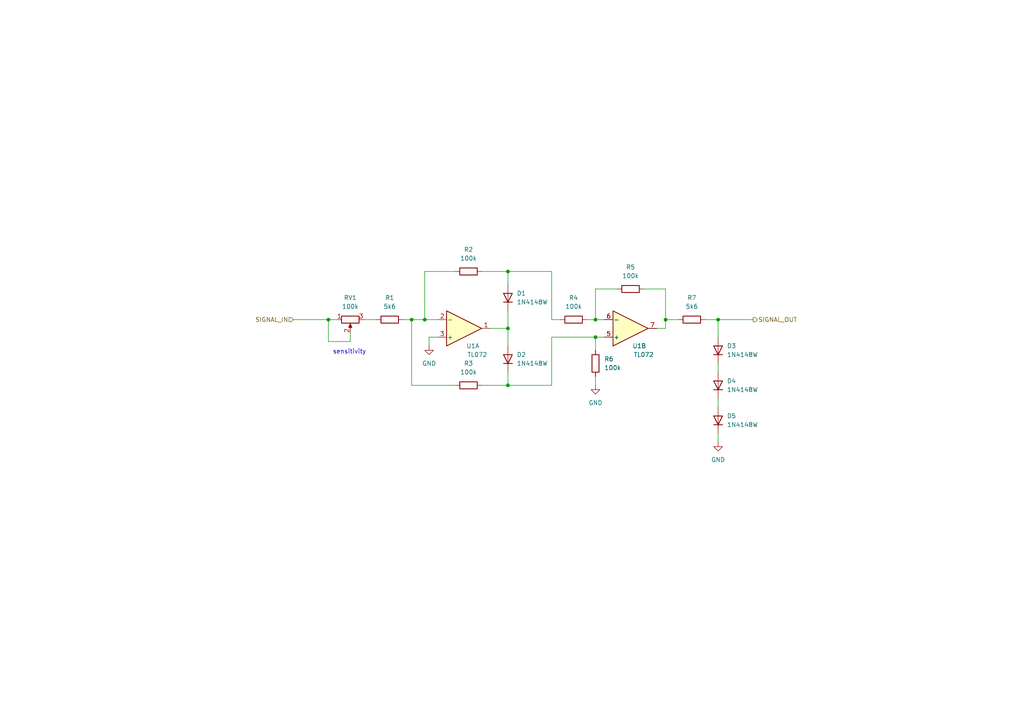
<source format=kicad_sch>
(kicad_sch (version 20230121) (generator eeschema)
  (paper "A4")
  (title_block (title "M.S.M. Stereo Lowpass Filter Pedal") (date "2022-05-26") (rev "0") (comment 2 "creativecommons.org/licenses/by/4.0") (comment 3 "License: CC by 4.0") (comment 4 "Author: Jordan Aceto"))
  (lib_symbols
    (symbol "Amplifier_Operational:TL072" (pin_names (offset 0.127))
      (property "Reference" "U" (at 0 5.08 0))
      (property "Value" "TL072" (at 0 -5.08 0))
      (symbol "TL072_1_1"
        (polyline (pts (xy -5.08 5.08) (xy 5.08 0) (xy -5.08 -5.08) (xy -5.08 5.08)) (stroke (width 0.254)) (fill (type background)))
        (pin output line (at 7.62 0 180) (length 2.54) (name "~") (number "1"))
        (pin input line (at -7.62 -2.54 0) (length 2.54) (name "-") (number "2"))
        (pin input line (at -7.62 2.54 0) (length 2.54) (name "+") (number "3"))
      )
      (symbol "TL072_2_1"
        (polyline (pts (xy -5.08 5.08) (xy 5.08 0) (xy -5.08 -5.08) (xy -5.08 5.08)) (stroke (width 0.254)) (fill (type background)))
        (pin input line (at -7.62 2.54 0) (length 2.54) (name "+") (number "5"))
        (pin input line (at -7.62 -2.54 0) (length 2.54) (name "-") (number "6"))
        (pin output line (at 7.62 0 180) (length 2.54) (name "~") (number "7"))
      )
      (symbol "TL072_3_1"
        (pin power_in line (at -2.54 -7.62 90) (length 3.81) (name "V-") (number "4"))
        (pin power_in line (at -2.54 7.62 270) (length 3.81) (name "V+") (number "8"))
      )
    )
    (symbol "Device:R" (pin_numbers hide) (pin_names (offset 0))
      (property "Reference" "R" (at 2.032 0 90))
      (property "Value" "R" (at 0 0 90))
      (symbol "R_0_1"
        (rectangle (start -1.016 -2.54) (end 1.016 2.54) (stroke (width 0.254)))
      )
      (symbol "R_1_1"
        (pin passive line (at 0 3.81 270) (length 1.27) (name "~") (number "1"))
        (pin passive line (at 0 -3.81 90) (length 1.27) (name "~") (number "2"))
      )
    )
    (symbol "Device:R_Potentiometer" (pin_names (offset 1.016) hide)
      (property "Reference" "RV" (at -4.445 0 90))
      (property "Value" "R_Potentiometer" (at -2.54 0 90))
      (symbol "R_Potentiometer_0_1"
        (polyline (pts (xy 2.54 0) (xy 1.524 0)))
        (polyline (pts (xy 1.143 0) (xy 2.286 0.508) (xy 2.286 -0.508) (xy 1.143 0)) (fill (type outline)))
        (rectangle (start 1.016 2.54) (end -1.016 -2.54) (stroke (width 0.254)))
      )
      (symbol "R_Potentiometer_1_1"
        (pin passive line (at 0 3.81 270) (length 1.27) (name "1") (number "1"))
        (pin passive line (at 3.81 0 180) (length 1.27) (name "2") (number "2"))
        (pin passive line (at 0 -3.81 90) (length 1.27) (name "3") (number "3"))
      )
    )
    (symbol "Diode:1N4148W" (pin_numbers hide) (pin_names (offset 1.016) hide)
      (property "Reference" "D" (at 0 2.54 0))
      (property "Value" "1N4148W" (at 0 -2.54 0))
      (symbol "1N4148W_0_1"
        (polyline (pts (xy -1.27 1.27) (xy -1.27 -1.27)) (stroke (width 0.254)))
        (polyline (pts (xy 1.27 0) (xy -1.27 0)))
        (polyline (pts (xy 1.27 1.27) (xy 1.27 -1.27) (xy -1.27 0) (xy 1.27 1.27)) (stroke (width 0.254)))
      )
      (symbol "1N4148W_1_1"
        (pin passive line (at -3.81 0 0) (length 2.54) (name "K") (number "1"))
        (pin passive line (at 3.81 0 180) (length 2.54) (name "A") (number "2"))
      )
    )
    (symbol "power:GND" (power) (pin_names (offset 0))
      (property "Value" "GND" (at 0 -3.81 0))
      (symbol "GND_0_1"
        (polyline (pts (xy 0 0) (xy 0 -1.27) (xy 1.27 -1.27) (xy 0 -2.54) (xy -1.27 -1.27) (xy 0 -1.27)))
      )
      (symbol "GND_1_1"
        (pin power_in line (at 0 0 270) (length 0) hide (name "GND") (number "1"))
      )
    )
  )
  (junction (at 119.38 92.71))
  (junction (at 208.28 92.71))
  (junction (at 147.32 78.74))
  (junction (at 95.25 92.71))
  (junction (at 147.32 95.25))
  (junction (at 172.72 92.71))
  (junction (at 123.19 92.71))
  (junction (at 147.32 111.76))
  (junction (at 172.72 97.79))
  (junction (at 193.04 92.71))
  (wire (pts (xy 147.32 78.74) (xy 139.7 78.74)))
  (wire (pts (xy 123.19 78.74) (xy 132.08 78.74)))
  (wire (pts (xy 101.6 99.06) (xy 95.25 99.06)))
  (wire (pts (xy 147.32 90.17) (xy 147.32 95.25)))
  (wire (pts (xy 172.72 109.22) (xy 172.72 111.76)))
  (wire (pts (xy 193.04 83.82) (xy 186.69 83.82)))
  (wire (pts (xy 119.38 111.76) (xy 132.08 111.76)))
  (wire (pts (xy 160.02 111.76) (xy 160.02 97.79)))
  (wire (pts (xy 147.32 107.95) (xy 147.32 111.76)))
  (wire (pts (xy 172.72 92.71) (xy 175.26 92.71)))
  (wire (pts (xy 193.04 95.25) (xy 193.04 92.71)))
  (wire (pts (xy 123.19 92.71) (xy 123.19 78.74)))
  (wire (pts (xy 160.02 92.71) (xy 160.02 78.74)))
  (wire (pts (xy 105.41 92.71) (xy 109.22 92.71)))
  (wire (pts (xy 116.84 92.71) (xy 119.38 92.71)))
  (wire (pts (xy 162.56 92.71) (xy 160.02 92.71)))
  (wire (pts (xy 124.46 97.79) (xy 127 97.79)))
  (wire (pts (xy 193.04 92.71) (xy 196.85 92.71)))
  (wire (pts (xy 208.28 115.57) (xy 208.28 118.11)))
  (wire (pts (xy 160.02 78.74) (xy 147.32 78.74)))
  (wire (pts (xy 147.32 82.55) (xy 147.32 78.74)))
  (wire (pts (xy 119.38 111.76) (xy 119.38 92.71)))
  (wire (pts (xy 208.28 92.71) (xy 208.28 97.79)))
  (wire (pts (xy 170.18 92.71) (xy 172.72 92.71)))
  (wire (pts (xy 172.72 83.82) (xy 172.72 92.71)))
  (wire (pts (xy 172.72 97.79) (xy 175.26 97.79)))
  (wire (pts (xy 172.72 97.79) (xy 172.72 101.6)))
  (wire (pts (xy 147.32 100.33) (xy 147.32 95.25)))
  (wire (pts (xy 124.46 97.79) (xy 124.46 100.33)))
  (wire (pts (xy 147.32 111.76) (xy 160.02 111.76)))
  (wire (pts (xy 208.28 125.73) (xy 208.28 128.27)))
  (wire (pts (xy 147.32 111.76) (xy 139.7 111.76)))
  (wire (pts (xy 119.38 92.71) (xy 123.19 92.71)))
  (wire (pts (xy 95.25 92.71) (xy 97.79 92.71)))
  (wire (pts (xy 101.6 96.52) (xy 101.6 99.06)))
  (wire (pts (xy 85.09 92.71) (xy 95.25 92.71)))
  (wire (pts (xy 208.28 92.71) (xy 218.44 92.71)))
  (wire (pts (xy 193.04 92.71) (xy 193.04 83.82)))
  (wire (pts (xy 160.02 97.79) (xy 172.72 97.79)))
  (wire (pts (xy 204.47 92.71) (xy 208.28 92.71)))
  (wire (pts (xy 127 92.71) (xy 123.19 92.71)))
  (wire (pts (xy 172.72 83.82) (xy 179.07 83.82)))
  (wire (pts (xy 208.28 105.41) (xy 208.28 107.95)))
  (wire (pts (xy 95.25 99.06) (xy 95.25 92.71)))
  (wire (pts (xy 190.5 95.25) (xy 193.04 95.25)))
  (wire (pts (xy 147.32 95.25) (xy 142.24 95.25)))
  (text "sensitivity" (at 96.52 102.87 0) (effects (font (size 1.27 1.27)) (justify left bottom)))
  (hierarchical_label "SIGNAL_IN" (shape input) (at 85.09 92.71 180))
  (hierarchical_label "SIGNAL_OUT" (shape output) (at 218.44 92.71 0))
  (symbol (lib_id "power:GND") (at 172.72 111.76 0) (unit 1)
    (property "Reference" "#PWR010" (effects hide))
    (property "Value" "GND" (at 172.72 116.84 0))
  )
  (symbol (lib_id "Diode:1N4148W") (at 208.28 121.92 90) (unit 1)
    (property "Reference" "D5" (at 210.82 120.6499 90) (effects (justify right)))
    (property "Value" "1N4148W" (at 210.82 123.1899 90) (effects (justify right)))
    (property "Footprint" "Diode_SMD:D_SOD-123" (effects hide))
    (property "Datasheet" "https://www.vishay.com/docs/85748/1n4148w.pdf" (effects hide))
  )
  (symbol (lib_id "Diode:1N4148W") (at 147.32 86.36 90) (unit 1)
    (property "Reference" "D1" (at 149.86 85.0899 90) (effects (justify right)))
    (property "Value" "1N4148W" (at 149.86 87.6299 90) (effects (justify right)))
    (property "Footprint" "Diode_SMD:D_SOD-123" (effects hide))
    (property "Datasheet" "https://www.vishay.com/docs/85748/1n4148w.pdf" (effects hide))
  )
  (symbol (lib_id "Device:R") (at 113.03 92.71 90) (unit 1)
    (property "Reference" "R1" (at 113.03 86.36 90))
    (property "Value" "5k6" (at 113.03 88.9 90))
    (property "Footprint" "Resistor_SMD:R_0805_2012Metric" (effects hide))
  )
  (symbol (lib_id "power:GND") (at 208.28 128.27 0) (unit 1)
    (property "Reference" "#PWR011" (effects hide))
    (property "Value" "GND" (at 208.28 133.35 0))
  )
  (symbol (lib_id "Diode:1N4148W") (at 208.28 111.76 90) (unit 1)
    (property "Reference" "D4" (at 210.82 110.4899 90) (effects (justify right)))
    (property "Value" "1N4148W" (at 210.82 113.0299 90) (effects (justify right)))
    (property "Footprint" "Diode_SMD:D_SOD-123" (effects hide))
    (property "Datasheet" "https://www.vishay.com/docs/85748/1n4148w.pdf" (effects hide))
  )
  (symbol (lib_id "Amplifier_Operational:TL072") (at 182.88 95.25 0) (mirror x) (unit 2)
    (property "Reference" "U1" (at 185.42 100.33 0))
    (property "Value" "TL072" (at 186.69 102.87 0))
    (property "Footprint" "Package_SO:SOIC-8_3.9x4.9mm_P1.27mm" (effects hide))
    (property "Datasheet" "http://www.ti.com/lit/ds/symlink/tl071.pdf" (effects hide))
  )
  (symbol (lib_id "Device:R_Potentiometer") (at 101.6 92.71 90) (mirror x) (unit 1)
    (property "Reference" "RV1" (at 101.6 86.36 90))
    (property "Value" "100k" (at 101.6 88.9 90))
    (property "Footprint" "Potentiometer_THT:Potentiometer_Alpha_RD901F-40-00D_Single_Vertical" (effects hide))
  )
  (symbol (lib_id "Device:R") (at 135.89 111.76 90) (mirror x) (unit 1)
    (property "Reference" "R3" (at 135.89 105.41 90))
    (property "Value" "100k" (at 135.89 107.95 90))
    (property "Footprint" "Resistor_SMD:R_0805_2012Metric" (effects hide))
  )
  (symbol (lib_id "Device:R") (at 166.37 92.71 90) (unit 1)
    (property "Reference" "R4" (at 166.37 86.36 90))
    (property "Value" "100k" (at 166.37 88.9 90))
    (property "Footprint" "Resistor_SMD:R_0805_2012Metric" (effects hide))
  )
  (symbol (lib_id "Amplifier_Operational:TL072") (at 134.62 95.25 0) (mirror x) (unit 1)
    (property "Reference" "U1" (at 137.16 100.33 0))
    (property "Value" "TL072" (at 138.43 102.87 0))
    (property "Footprint" "Package_SO:SOIC-8_3.9x4.9mm_P1.27mm" (effects hide))
    (property "Datasheet" "http://www.ti.com/lit/ds/symlink/tl071.pdf" (effects hide))
  )
  (symbol (lib_id "power:GND") (at 124.46 100.33 0) (unit 1)
    (property "Reference" "#PWR09" (effects hide))
    (property "Value" "GND" (at 124.46 105.41 0))
  )
  (symbol (lib_id "Device:R") (at 172.72 105.41 0) (unit 1)
    (property "Reference" "R6" (at 175.26 104.1399 0) (effects (justify left)))
    (property "Value" "100k" (at 175.26 106.6799 0) (effects (justify left)))
    (property "Footprint" "Resistor_SMD:R_0805_2012Metric" (effects hide))
  )
  (symbol (lib_id "Device:R") (at 200.66 92.71 90) (unit 1)
    (property "Reference" "R7" (at 200.66 86.36 90))
    (property "Value" "5k6" (at 200.66 88.9 90))
    (property "Footprint" "Resistor_SMD:R_0805_2012Metric" (effects hide))
  )
  (symbol (lib_id "Device:R") (at 135.89 78.74 90) (unit 1)
    (property "Reference" "R2" (at 135.89 72.39 90))
    (property "Value" "100k" (at 135.89 74.93 90))
    (property "Footprint" "Resistor_SMD:R_0805_2012Metric" (effects hide))
  )
  (symbol (lib_id "Diode:1N4148W") (at 147.32 104.14 90) (unit 1)
    (property "Reference" "D2" (at 149.86 102.8699 90) (effects (justify right)))
    (property "Value" "1N4148W" (at 149.86 105.4099 90) (effects (justify right)))
    (property "Footprint" "Diode_SMD:D_SOD-123" (effects hide))
    (property "Datasheet" "https://www.vishay.com/docs/85748/1n4148w.pdf" (effects hide))
  )
  (symbol (lib_id "Device:R") (at 182.88 83.82 90) (unit 1)
    (property "Reference" "R5" (at 182.88 77.47 90))
    (property "Value" "100k" (at 182.88 80.01 90))
    (property "Footprint" "Resistor_SMD:R_0805_2012Metric" (effects hide))
  )
  (symbol (lib_id "Diode:1N4148W") (at 208.28 101.6 90) (unit 1)
    (property "Reference" "D3" (at 210.82 100.3299 90) (effects (justify right)))
    (property "Value" "1N4148W" (at 210.82 102.8699 90) (effects (justify right)))
    (property "Footprint" "Diode_SMD:D_SOD-123" (effects hide))
    (property "Datasheet" "https://www.vishay.com/docs/85748/1n4148w.pdf" (effects hide))
  )
)
</source>
